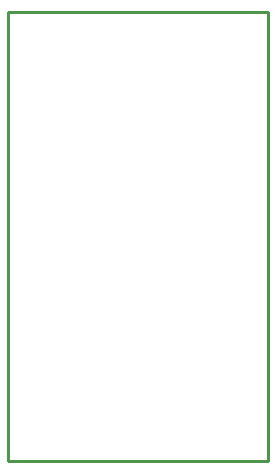
<source format=gko>
G04 Layer: BoardOutline*
G04 EasyEDA v6.4.25, 2022-01-11T00:03:50+05:30*
G04 e79d8a0691a342feb3cd135c88b6c30b,bb4acb9064584a23a31515f2769df67a,10*
G04 Gerber Generator version 0.2*
G04 Scale: 100 percent, Rotated: No, Reflected: No *
G04 Dimensions in millimeters *
G04 leading zeros omitted , absolute positions ,4 integer and 5 decimal *
%FSLAX45Y45*%
%MOMM*%

%ADD10C,0.2540*%
D10*
X700001Y7500000D02*
G01*
X2899999Y7500000D01*
X2899999Y3700000D01*
X700001Y3700000D01*
X700001Y7500000D01*

%LPD*%
M02*

</source>
